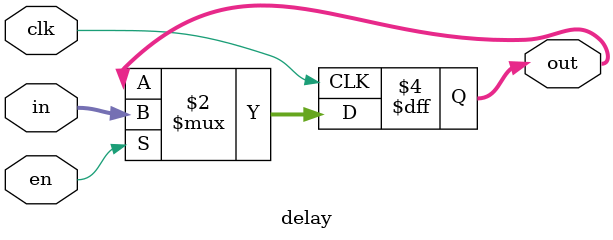
<source format=v>
module delay #(
        parameter BITS = 0
    ) (
        input wire [BITS-1:0] in,
        output reg [BITS-1:0] out,
        input wire en,
        input wire clk
    );

    always @(posedge clk) begin
        if (en) begin
            out <= in;
        end
    end

endmodule


</source>
